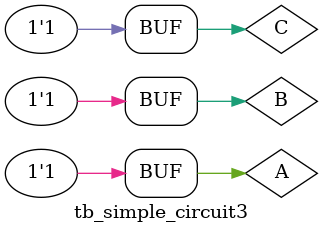
<source format=v>
module tb_simple_circuit3;
    wire D,E,F;
    reg A,B,C;
    simple_circuit3 M1(A,B,C,D,E,F,);
    initial 
    begin
        #20 A=1'b0;B=1'b0;C=1'b0;
        #20 A=1'b0;B=1'b0;C=1'b1;
        #20 A=1'b0;B=1'b1;C=1'b0;
        #20 A=1'b0;B=1'b1;C=1'b1;
        #20 A=1'b1;B=1'b0;C=1'b0;
        #20 A=1'b1;B=1'b0;C=1'b1;
        #20 A=1'b1;B=1'b1;C=1'b0;
        #20 A=1'b1;B=1'b1;C=1'b1;
    end
    initial
    begin
        $monitor($time, "a=%b, b=%b, c=%b, d=%b, e=%b, f=%b", A,B,C,D,E,F);
    end
    initial begin
        $dumpfile("simple3.vcd");
        $dumpvars(0,tb_simple_circuit3); 
    end
endmodule
</source>
